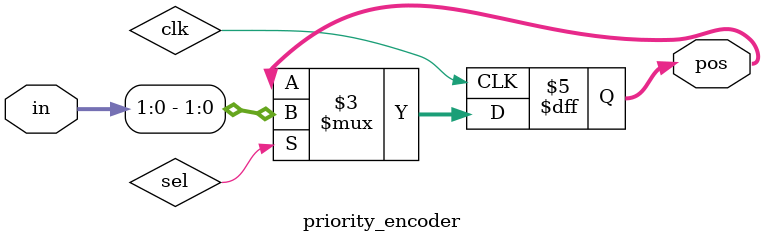
<source format=v>
module priority_encoder( 
input [2:0] in,
output reg [1:0] pos ); 
// When sel=1, assign b to out
always @(posedge clk)
begin
	if(sel)
	begin
		pos = in;
	end
end
endmodule

</source>
